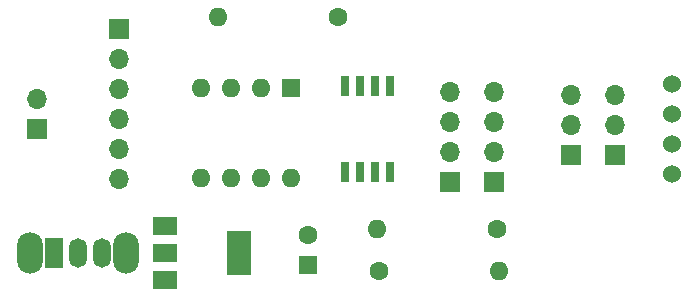
<source format=gbr>
%TF.GenerationSoftware,KiCad,Pcbnew,(5.1.9-0-10_14)*%
%TF.CreationDate,2021-08-17T09:45:53+08:00*%
%TF.ProjectId,arduino_oled_sonic,61726475-696e-46f5-9f6f-6c65645f736f,rev?*%
%TF.SameCoordinates,Original*%
%TF.FileFunction,Soldermask,Top*%
%TF.FilePolarity,Negative*%
%FSLAX46Y46*%
G04 Gerber Fmt 4.6, Leading zero omitted, Abs format (unit mm)*
G04 Created by KiCad (PCBNEW (5.1.9-0-10_14)) date 2021-08-17 09:45:53*
%MOMM*%
%LPD*%
G01*
G04 APERTURE LIST*
%ADD10O,1.600000X1.600000*%
%ADD11C,1.600000*%
%ADD12O,2.200000X3.500000*%
%ADD13O,1.500000X2.500000*%
%ADD14R,1.500000X2.500000*%
%ADD15R,1.600000X1.600000*%
%ADD16R,0.650000X1.700000*%
%ADD17R,2.000000X1.500000*%
%ADD18R,2.000000X3.800000*%
%ADD19O,1.700000X1.700000*%
%ADD20R,1.700000X1.700000*%
%ADD21C,1.530000*%
G04 APERTURE END LIST*
D10*
%TO.C,R3*%
X137338000Y-88865000D03*
D11*
X147498000Y-88865000D03*
%TD*%
D10*
%TO.C,R2*%
X161158000Y-110365000D03*
D11*
X150998000Y-110365000D03*
%TD*%
D10*
%TO.C,R1*%
X150838000Y-106865000D03*
D11*
X160998000Y-106865000D03*
%TD*%
D12*
%TO.C,SW1*%
X129598000Y-108865000D03*
X121398000Y-108865000D03*
D13*
X127498000Y-108865000D03*
X125498000Y-108865000D03*
D14*
X123498000Y-108865000D03*
%TD*%
D10*
%TO.C,U4*%
X143498000Y-102485000D03*
X135878000Y-94865000D03*
X140958000Y-102485000D03*
X138418000Y-94865000D03*
X138418000Y-102485000D03*
X140958000Y-94865000D03*
X135878000Y-102485000D03*
D15*
X143498000Y-94865000D03*
%TD*%
D16*
%TO.C,U3*%
X151903000Y-102015000D03*
X150633000Y-102015000D03*
X149363000Y-102015000D03*
X148093000Y-102015000D03*
X148093000Y-94715000D03*
X149363000Y-94715000D03*
X150633000Y-94715000D03*
X151903000Y-94715000D03*
%TD*%
D17*
%TO.C,U2*%
X132848000Y-106565000D03*
X132848000Y-111165000D03*
X132848000Y-108865000D03*
D18*
X139148000Y-108865000D03*
%TD*%
D19*
%TO.C,J6*%
X128998000Y-102565000D03*
X128998000Y-100025000D03*
X128998000Y-97485000D03*
X128998000Y-94945000D03*
X128998000Y-92405000D03*
D20*
X128998000Y-89865000D03*
%TD*%
D19*
%TO.C,J5*%
X156998000Y-95245000D03*
X156998000Y-97785000D03*
X156998000Y-100325000D03*
D20*
X156998000Y-102865000D03*
%TD*%
D19*
%TO.C,J4*%
X121998000Y-95825000D03*
D20*
X121998000Y-98365000D03*
%TD*%
D11*
%TO.C,C1*%
X144998000Y-107365000D03*
D15*
X144998000Y-109865000D03*
%TD*%
D19*
%TO.C,J3*%
X167248000Y-95535000D03*
X167248000Y-98075000D03*
D20*
X167248000Y-100615000D03*
%TD*%
D19*
%TO.C,J2*%
X170998000Y-95535000D03*
X170998000Y-98075000D03*
D20*
X170998000Y-100615000D03*
%TD*%
D19*
%TO.C,J1*%
X160748000Y-95245000D03*
X160748000Y-97785000D03*
X160748000Y-100325000D03*
D20*
X160748000Y-102865000D03*
%TD*%
D21*
%TO.C,U1*%
X175748000Y-99635000D03*
X175748000Y-97095000D03*
X175748000Y-94555000D03*
X175748000Y-102175000D03*
%TD*%
M02*

</source>
